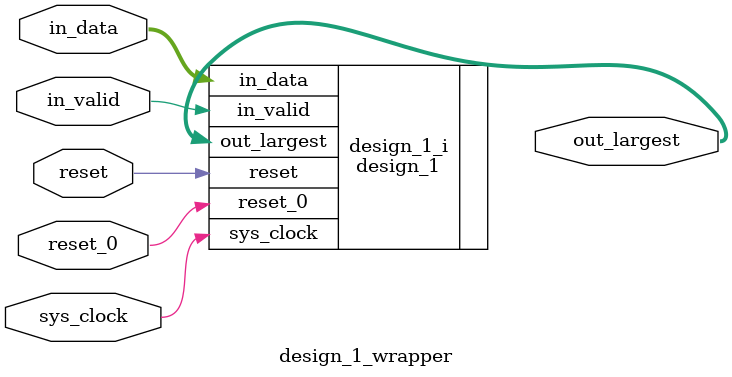
<source format=v>
`timescale 1 ps / 1 ps

module design_1_wrapper
   (in_data,
    in_valid,
    out_largest,
    reset,
    reset_0,
    sys_clock);
  input [3:0]in_data;
  input in_valid;
  output [3:0]out_largest;
  input reset;
  input reset_0;
  input sys_clock;

  wire [3:0]in_data;
  wire in_valid;
  wire [3:0]out_largest;
  wire reset;
  wire reset_0;
  wire sys_clock;

  design_1 design_1_i
       (.in_data(in_data),
        .in_valid(in_valid),
        .out_largest(out_largest),
        .reset(reset),
        .reset_0(reset_0),
        .sys_clock(sys_clock));
endmodule

</source>
